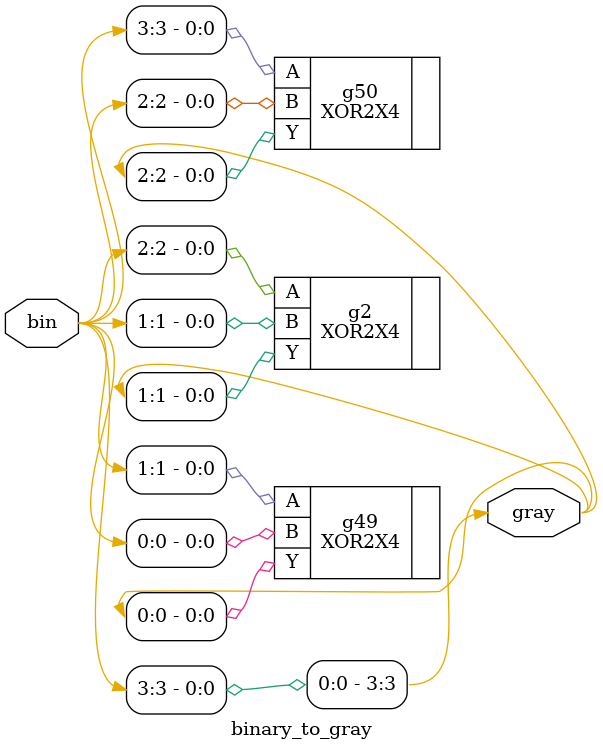
<source format=v>


// Verification Directory fv/binary_to_gray 

module binary_to_gray(bin, gray);
  input [3:0] bin;
  output [3:0] gray;
  wire [3:0] bin;
  wire [3:0] gray;
  assign gray[3] = bin[3];
  XOR2X4 g2(.A (bin[2]), .B (bin[1]), .Y (gray[1]));
  XOR2X4 g49(.A (bin[1]), .B (bin[0]), .Y (gray[0]));
  XOR2X4 g50(.A (bin[3]), .B (bin[2]), .Y (gray[2]));
endmodule


</source>
